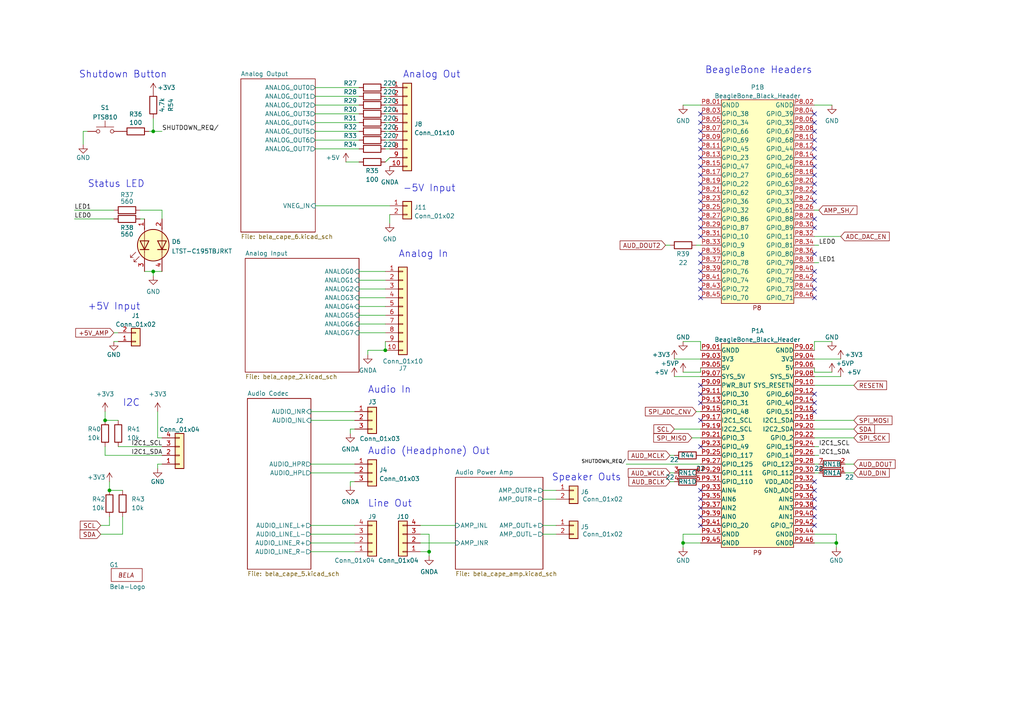
<source format=kicad_sch>
(kicad_sch (version 20211123) (generator eeschema)
  (paper "A4")
  (title_block (title "Bela Cape") (date "2022-10-03") (rev "C1") (company "Augmented Instruments Ltd."))
  (lib_symbols
    (symbol "Bela:BeagleBone_Black_Header" (pin_names (offset 0.002))
      (property "Reference" "P" (at -0.5842 -29.1846 0))
      (property "Value" "BeagleBone_Black_Header" (at 0.127 3.302 90))
      (symbol "BeagleBone_Black_Header_1_0"
        (text "P9" (at -0.0254 -26.9494 0) (effects (font (size 1.27 1.27))))
      )
      (symbol "BeagleBone_Black_Header_1_1"
        (rectangle (start -10.5156 33.7312) (end 10.4902 -25.4254) (stroke (width 0.18)) (fill (type background)))
        (pin power_in line (at -16.51 31.75 0) (length 6) (name "GNDD") (number "P9.01"))
        (pin power_in line (at 16.51 31.75 180) (length 6) (name "GNDD") (number "P9.02"))
        (pin power_out line (at -16.51 29.21 0) (length 6) (name "3V3") (number "P9.03"))
        (pin power_out line (at 16.51 29.21 180) (length 6) (name "3V3") (number "P9.04"))
        (pin power_out line (at -16.51 26.67 0) (length 6) (name "5V") (number "P9.05"))
        (pin power_out line (at 16.51 26.67 180) (length 6) (name "5V") (number "P9.06"))
        (pin power_out line (at -16.51 24.13 0) (length 6) (name "SYS_5V") (number "P9.07"))
        (pin power_out line (at 16.51 24.13 180) (length 6) (name "SYS_5V") (number "P9.08"))
        (pin passive line (at -16.51 21.59 0) (length 6) (name "PWR_BUT") (number "P9.09"))
        (pin passive line (at 16.51 21.59 180) (length 6) (name "SYS_RESETN") (number "P9.10"))
        (pin bidirectional line (at -16.51 19.05 0) (length 6) (name "GPIO_30") (number "P9.11"))
        (pin bidirectional line (at 16.51 19.05 180) (length 6) (name "GPIO_60") (number "P9.12"))
        (pin bidirectional line (at -16.51 16.51 0) (length 6) (name "GPIO_31") (number "P9.13"))
        (pin bidirectional line (at 16.51 16.51 180) (length 6) (name "GPIO_40") (number "P9.14"))
        (pin bidirectional line (at -16.51 13.97 0) (length 6) (name "GPIO_48") (number "P9.15"))
        (pin bidirectional line (at 16.51 13.97 180) (length 6) (name "GPIO_51") (number "P9.16"))
        (pin passive line (at -16.51 11.43 0) (length 6) (name "I2C1_SCL") (number "P9.17"))
        (pin passive line (at 16.51 11.43 180) (length 6) (name "I2C1_SDA") (number "P9.18"))
        (pin passive line (at -16.51 8.89 0) (length 6) (name "I2C2_SCL") (number "P9.19"))
        (pin passive line (at 16.51 8.89 180) (length 6) (name "I2C2_SDA") (number "P9.20"))
        (pin bidirectional line (at -16.51 6.35 0) (length 6) (name "GPIO_3") (number "P9.21"))
        (pin bidirectional line (at 16.51 6.35 180) (length 6) (name "GPIO_2") (number "P9.22"))
        (pin bidirectional line (at -16.51 3.81 0) (length 6) (name "GPIO_49") (number "P9.23"))
        (pin bidirectional line (at 16.51 3.81 180) (length 6) (name "GPIO_15") (number "P9.24"))
        (pin bidirectional line (at -16.51 1.27 0) (length 6) (name "GPIO_117") (number "P9.25"))
        (pin bidirectional line (at 16.51 1.27 180) (length 6) (name "GPIO_14") (number "P9.26"))
        (pin bidirectional line (at -16.51 -1.27 0) (length 6) (name "GPIO_125") (number "P9.27"))
        (pin bidirectional line (at 16.51 -1.27 180) (length 6) (name "GPIO_123") (number "P9.28"))
        (pin bidirectional line (at -16.51 -3.81 0) (length 6) (name "GPIO_111") (number "P9.29"))
        (pin bidirectional line (at 16.51 -3.81 180) (length 6) (name "GPIO_112") (number "P9.30"))
        (pin bidirectional line (at -16.51 -6.35 0) (length 6) (name "GPIO_110") (number "P9.31"))
        (pin passive line (at 16.51 -6.35 180) (length 6) (name "VDD_ADC") (number "P9.32"))
        (pin passive line (at -16.51 -8.89 0) (length 6) (name "AIN4") (number "P9.33"))
        (pin passive line (at 16.51 -8.89 180) (length 6) (name "GND_ADC") (number "P9.34"))
        (pin passive line (at -16.51 -11.43 0) (length 6) (name "AIN6") (number "P9.35"))
        (pin passive line (at 16.51 -11.43 180) (length 6) (name "AIN5") (number "P9.36"))
        (pin passive line (at -16.51 -13.97 0) (length 6) (name "AIN2") (number "P9.37"))
        (pin passive line (at 16.51 -13.97 180) (length 6) (name "AIN3") (number "P9.38"))
        (pin passive line (at -16.51 -16.51 0) (length 6) (name "AIN0") (number "P9.39"))
        (pin passive line (at 16.51 -16.51 180) (length 6) (name "AIN1") (number "P9.40"))
        (pin bidirectional line (at -16.51 -19.05 0) (length 6) (name "GPIO_20") (number "P9.41"))
        (pin bidirectional line (at 16.51 -19.05 180) (length 6) (name "GPIO_7") (number "P9.42"))
        (pin power_in line (at -16.51 -21.59 0) (length 6) (name "GNDD") (number "P9.43"))
        (pin power_in line (at 16.51 -21.59 180) (length 6) (name "GNDD") (number "P9.44"))
        (pin power_in line (at -16.51 -24.13 0) (length 6) (name "GNDD") (number "P9.45"))
        (pin power_in line (at 16.51 -24.13 180) (length 6) (name "GNDD") (number "P9.46"))
      )
      (symbol "BeagleBone_Black_Header_2_0"
        (text "P8" (at -0.1524 -27.0764 0) (effects (font (size 1.27 1.27))))
      )
      (symbol "BeagleBone_Black_Header_2_1"
        (rectangle (start -10.5156 33.274) (end 10.541 -25.781) (stroke (width 0.18)) (fill (type background)))
        (pin power_in line (at -16.51 31.75 0) (length 6) (name "GNDD") (number "P8.01"))
        (pin power_in line (at 16.51 31.75 180) (length 6) (name "GNDD") (number "P8.02"))
        (pin bidirectional line (at -16.51 29.21 0) (length 6) (name "GPIO_38") (number "P8.03"))
        (pin bidirectional line (at 16.51 29.21 180) (length 6) (name "GPIO_39") (number "P8.04"))
        (pin bidirectional line (at -16.51 26.67 0) (length 6) (name "GPIO_34") (number "P8.05"))
        (pin bidirectional line (at 16.51 26.67 180) (length 6) (name "GPIO_35") (number "P8.06"))
        (pin bidirectional line (at -16.51 24.13 0) (length 6) (name "GPIO_66") (number "P8.07"))
        (pin bidirectional line (at 16.51 24.13 180) (length 6) (name "GPIO_67") (number "P8.08"))
        (pin bidirectional line (at -16.51 21.59 0) (length 6) (name "GPIO_69") (number "P8.09"))
        (pin bidirectional line (at 16.51 21.59 180) (length 6) (name "GPIO_68") (number "P8.10"))
        (pin bidirectional line (at -16.51 19.05 0) (length 6) (name "GPIO_45") (number "P8.11"))
        (pin bidirectional line (at 16.51 19.05 180) (length 6) (name "GPIO_44") (number "P8.12"))
        (pin bidirectional line (at -16.51 16.51 0) (length 6) (name "GPIO_23") (number "P8.13"))
        (pin bidirectional line (at 16.51 16.51 180) (length 6) (name "GPIO_26") (number "P8.14"))
        (pin bidirectional line (at -16.51 13.97 0) (length 6) (name "GPIO_47") (number "P8.15"))
        (pin bidirectional line (at 16.51 13.97 180) (length 6) (name "GPIO_46") (number "P8.16"))
        (pin bidirectional line (at -16.51 11.43 0) (length 6) (name "GPIO_27") (number "P8.17"))
        (pin bidirectional line (at 16.51 11.43 180) (length 6) (name "GPIO_65") (number "P8.18"))
        (pin bidirectional line (at -16.51 8.89 0) (length 6) (name "GPIO_22") (number "P8.19"))
        (pin bidirectional line (at 16.51 8.89 180) (length 6) (name "GPIO_63") (number "P8.20"))
        (pin bidirectional line (at -16.51 6.35 0) (length 6) (name "GPIO_62") (number "P8.21"))
        (pin bidirectional line (at 16.51 6.35 180) (length 6) (name "GPIO_37") (number "P8.22"))
        (pin bidirectional line (at -16.51 3.81 0) (length 6) (name "GPIO_36") (number "P8.23"))
        (pin bidirectional line (at 16.51 3.81 180) (length 6) (name "GPIO_33") (number "P8.24"))
        (pin bidirectional line (at -16.51 1.27 0) (length 6) (name "GPIO_32") (number "P8.25"))
        (pin bidirectional line (at 16.51 1.27 180) (length 6) (name "GPIO_61") (number "P8.26"))
        (pin bidirectional line (at -16.51 -1.27 0) (length 6) (name "GPIO_86") (number "P8.27"))
        (pin bidirectional line (at 16.51 -1.27 180) (length 6) (name "GPIO_88") (number "P8.28"))
        (pin bidirectional line (at -16.51 -3.81 0) (length 6) (name "GPIO_87") (number "P8.29"))
        (pin bidirectional line (at 16.51 -3.81 180) (length 6) (name "GPIO_89") (number "P8.30"))
        (pin bidirectional line (at -16.51 -6.35 0) (length 6) (name "GPIO_10") (number "P8.31"))
        (pin bidirectional line (at 16.51 -6.35 180) (length 6) (name "GPIO_11") (number "P8.32"))
        (pin bidirectional line (at -16.51 -8.89 0) (length 6) (name "GPIO_9") (number "P8.33"))
        (pin bidirectional line (at 16.51 -8.89 180) (length 6) (name "GPIO_81") (number "P8.34"))
        (pin bidirectional line (at -16.51 -11.43 0) (length 6) (name "GPIO_8") (number "P8.35"))
        (pin bidirectional line (at 16.51 -11.43 180) (length 6) (name "GPIO_80") (number "P8.36"))
        (pin bidirectional line (at -16.51 -13.97 0) (length 6) (name "GPIO_78") (number "P8.37"))
        (pin bidirectional line (at 16.51 -13.97 180) (length 6) (name "GPIO_79") (number "P8.38"))
        (pin bidirectional line (at -16.51 -16.51 0) (length 6) (name "GPIO_76") (number "P8.39"))
        (pin bidirectional line (at 16.51 -16.51 180) (length 6) (name "GPIO_77") (number "P8.40"))
        (pin bidirectional line (at -16.51 -19.05 0) (length 6) (name "GPIO_74") (number "P8.41"))
        (pin bidirectional line (at 16.51 -19.05 180) (length 6) (name "GPIO_75") (number "P8.42"))
        (pin bidirectional line (at -16.51 -21.59 0) (length 6) (name "GPIO_72") (number "P8.43"))
        (pin bidirectional line (at 16.51 -21.59 180) (length 6) (name "GPIO_73") (number "P8.44"))
        (pin bidirectional line (at -16.51 -24.13 0) (length 6) (name "GPIO_70") (number "P8.45"))
        (pin bidirectional line (at 16.51 -24.13 180) (length 6) (name "GPIO_71") (number "P8.46"))
      )
    )
    (symbol "Bela:Bela-Logo" (pin_numbers hide) (pin_names (offset 0) hide) (in_bom no)
      (property "Reference" "G" (at 0 0 0))
      (property "Value" "Bela-Logo" (at 0.0508 1.9812 0))
      (symbol "Bela-Logo_0_0"
        (text "" (at -8.2804 -10.668 0) (effects (font (size 1.27 1.27))))
        (text "" (at -5.3594 -2.286 0) (effects (font (size 1.27 1.27))))
        (text "BELA" (at -0.3048 5.8674 0) (effects (font (size 1.27 1.27) italic)))
      )
      (symbol "Bela-Logo_0_1"
        (rectangle (start -4.572 7.8232) (end 4.4196 4.064))
      )
    )
    (symbol "Connector_Generic:Conn_01x02" (pin_names (offset 1.016) hide)
      (property "Reference" "J" (at 0 2.54 0))
      (property "Value" "Conn_01x02" (at 0 -5.08 0))
      (symbol "Conn_01x02_1_1"
        (rectangle (start -1.27 -2.413) (end 0 -2.667) (stroke (width 0.1524)))
        (rectangle (start -1.27 0.127) (end 0 -0.127) (stroke (width 0.1524)))
        (rectangle (start -1.27 1.27) (end 1.27 -3.81) (stroke (width 0.254)) (fill (type background)))
        (pin passive line (at -5.08 0 0) (length 3.81) (name "Pin_1") (number "1"))
        (pin passive line (at -5.08 -2.54 0) (length 3.81) (name "Pin_2") (number "2"))
      )
    )
    (symbol "Connector_Generic:Conn_01x03" (pin_names (offset 1.016) hide)
      (property "Reference" "J" (at 0 5.08 0))
      (property "Value" "Conn_01x03" (at 0 -5.08 0))
      (symbol "Conn_01x03_1_1"
        (rectangle (start -1.27 -2.413) (end 0 -2.667) (stroke (width 0.1524)))
        (rectangle (start -1.27 0.127) (end 0 -0.127) (stroke (width 0.1524)))
        (rectangle (start -1.27 2.667) (end 0 2.413) (stroke (width 0.1524)))
        (rectangle (start -1.27 3.81) (end 1.27 -3.81) (stroke (width 0.254)) (fill (type background)))
        (pin passive line (at -5.08 2.54 0) (length 3.81) (name "Pin_1") (number "1"))
        (pin passive line (at -5.08 0 0) (length 3.81) (name "Pin_2") (number "2"))
        (pin passive line (at -5.08 -2.54 0) (length 3.81) (name "Pin_3") (number "3"))
      )
    )
    (symbol "Connector_Generic:Conn_01x04" (pin_names (offset 1.016) hide)
      (property "Reference" "J" (at 0 5.08 0))
      (property "Value" "Conn_01x04" (at 0 -7.62 0))
      (symbol "Conn_01x04_1_1"
        (rectangle (start -1.27 -4.953) (end 0 -5.207) (stroke (width 0.1524)))
        (rectangle (start -1.27 -2.413) (end 0 -2.667) (stroke (width 0.1524)))
        (rectangle (start -1.27 0.127) (end 0 -0.127) (stroke (width 0.1524)))
        (rectangle (start -1.27 2.667) (end 0 2.413) (stroke (width 0.1524)))
        (rectangle (start -1.27 3.81) (end 1.27 -6.35) (stroke (width 0.254)) (fill (type background)))
        (pin passive line (at -5.08 2.54 0) (length 3.81) (name "Pin_1") (number "1"))
        (pin passive line (at -5.08 0 0) (length 3.81) (name "Pin_2") (number "2"))
        (pin passive line (at -5.08 -2.54 0) (length 3.81) (name "Pin_3") (number "3"))
        (pin passive line (at -5.08 -5.08 0) (length 3.81) (name "Pin_4") (number "4"))
      )
    )
    (symbol "Connector_Generic:Conn_01x10" (pin_names (offset 1.016) hide)
      (property "Reference" "J" (at 0 12.7 0))
      (property "Value" "Conn_01x10" (at 0 -15.24 0))
      (symbol "Conn_01x10_1_1"
        (rectangle (start -1.27 -12.573) (end 0 -12.827) (stroke (width 0.1524)))
        (rectangle (start -1.27 -10.033) (end 0 -10.287) (stroke (width 0.1524)))
        (rectangle (start -1.27 -7.493) (end 0 -7.747) (stroke (width 0.1524)))
        (rectangle (start -1.27 -4.953) (end 0 -5.207) (stroke (width 0.1524)))
        (rectangle (start -1.27 -2.413) (end 0 -2.667) (stroke (width 0.1524)))
        (rectangle (start -1.27 0.127) (end 0 -0.127) (stroke (width 0.1524)))
        (rectangle (start -1.27 2.667) (end 0 2.413) (stroke (width 0.1524)))
        (rectangle (start -1.27 5.207) (end 0 4.953) (stroke (width 0.1524)))
        (rectangle (start -1.27 7.747) (end 0 7.493) (stroke (width 0.1524)))
        (rectangle (start -1.27 10.287) (end 0 10.033) (stroke (width 0.1524)))
        (rectangle (start -1.27 11.43) (end 1.27 -13.97) (stroke (width 0.254)) (fill (type background)))
        (pin passive line (at -5.08 10.16 0) (length 3.81) (name "Pin_1") (number "1"))
        (pin passive line (at -5.08 -12.7 0) (length 3.81) (name "Pin_10") (number "10"))
        (pin passive line (at -5.08 7.62 0) (length 3.81) (name "Pin_2") (number "2"))
        (pin passive line (at -5.08 5.08 0) (length 3.81) (name "Pin_3") (number "3"))
        (pin passive line (at -5.08 2.54 0) (length 3.81) (name "Pin_4") (number "4"))
        (pin passive line (at -5.08 0 0) (length 3.81) (name "Pin_5") (number "5"))
        (pin passive line (at -5.08 -2.54 0) (length 3.81) (name "Pin_6") (number "6"))
        (pin passive line (at -5.08 -5.08 0) (length 3.81) (name "Pin_7") (number "7"))
        (pin passive line (at -5.08 -7.62 0) (length 3.81) (name "Pin_8") (number "8"))
        (pin passive line (at -5.08 -10.16 0) (length 3.81) (name "Pin_9") (number "9"))
      )
    )
    (symbol "Device:LED_Dual_AAKK" (pin_names (offset 0) hide)
      (property "Reference" "D" (at 0 5.715 0))
      (property "Value" "LED_Dual_AAKK" (at 0 -6.35 0))
      (symbol "LED_Dual_AAKK_0_1"
        (polyline (pts (xy -5.08 -2.54) (xy 2.032 -2.54)))
        (polyline (pts (xy -5.08 2.54) (xy 2.032 2.54)))
        (polyline (pts (xy 1.27 -1.27) (xy 1.27 -3.81)) (stroke (width 0.254)))
        (polyline (pts (xy 1.27 3.81) (xy 1.27 1.27)) (stroke (width 0.254)))
        (polyline (pts (xy 3.81 -2.54) (xy 1.905 -2.54)))
        (polyline (pts (xy 3.81 2.54) (xy 1.905 2.54)))
        (polyline (pts (xy -1.27 -1.27) (xy -1.27 -3.81) (xy 1.27 -2.54) (xy -1.27 -1.27)) (stroke (width 0.254)))
        (polyline (pts (xy -1.27 3.81) (xy -1.27 1.27) (xy 1.27 2.54) (xy -1.27 3.81)) (stroke (width 0.254)))
        (polyline (pts (xy 2.032 5.08) (xy 3.556 6.604) (xy 2.794 6.604) (xy 3.556 6.604) (xy 3.556 5.842)))
        (polyline (pts (xy 3.302 4.064) (xy 4.826 5.588) (xy 4.064 5.588) (xy 4.826 5.588) (xy 4.826 4.826)))
        (circle (center 0 0) (radius 4.572) (stroke (width 0.254)) (fill (type background)))
      )
      (symbol "LED_Dual_AAKK_1_1"
        (pin input line (at -7.62 2.54 0) (length 3.048) (name "A1") (number "1"))
        (pin input line (at -7.62 -2.54 0) (length 3.048) (name "A2") (number "2"))
        (pin input line (at 7.62 2.54 180) (length 3.81) (name "K1") (number "3"))
        (pin input line (at 7.62 -2.54 180) (length 3.81) (name "K2") (number "4"))
      )
    )
    (symbol "Device:R" (pin_numbers hide) (pin_names (offset 0))
      (property "Reference" "R" (at 2.032 0 90))
      (property "Value" "R" (at 0 0 90))
      (symbol "R_0_1"
        (rectangle (start -1.016 -2.54) (end 1.016 2.54) (stroke (width 0.254)))
      )
      (symbol "R_1_1"
        (pin passive line (at 0 3.81 270) (length 1.27) (name "~") (number "1"))
        (pin passive line (at 0 -3.81 90) (length 1.27) (name "~") (number "2"))
      )
    )
    (symbol "Device:R_Pack04_Split" (pin_names (offset 0) hide)
      (property "Reference" "RN" (at 2.032 0 90))
      (property "Value" "R_Pack04_Split" (at 0 0 90))
      (symbol "R_Pack04_Split_0_1"
        (rectangle (start 1.016 2.54) (end -1.016 -2.54) (stroke (width 0.254)))
      )
      (symbol "R_Pack04_Split_1_1"
        (pin passive line (at 0 -3.81 90) (length 1.27) (name "R1.1") (number "1"))
        (pin passive line (at 0 3.81 270) (length 1.27) (name "R1.2") (number "8"))
      )
      (symbol "R_Pack04_Split_2_1"
        (pin passive line (at 0 -3.81 90) (length 1.27) (name "R2.1") (number "2"))
        (pin passive line (at 0 3.81 270) (length 1.27) (name "R2.2") (number "7"))
      )
      (symbol "R_Pack04_Split_3_1"
        (pin passive line (at 0 -3.81 90) (length 1.27) (name "R3.1") (number "3"))
        (pin passive line (at 0 3.81 270) (length 1.27) (name "R3.2") (number "6"))
      )
      (symbol "R_Pack04_Split_4_1"
        (pin passive line (at 0 -3.81 90) (length 1.27) (name "R4.1") (number "4"))
        (pin passive line (at 0 3.81 270) (length 1.27) (name "R4.2") (number "5"))
      )
    )
    (symbol "Switch:SW_Push" (pin_numbers hide) (pin_names (offset 1.016) hide)
      (property "Reference" "SW" (at 1.27 2.54 0))
      (property "Value" "SW_Push" (at 0 -1.524 0))
      (symbol "SW_Push_0_1"
        (circle (center -2.032 0) (radius 0.508))
        (polyline (pts (xy 0 1.27) (xy 0 3.048)))
        (polyline (pts (xy 2.54 1.27) (xy -2.54 1.27)))
        (circle (center 2.032 0) (radius 0.508))
        (pin passive line (at -5.08 0 0) (length 2.54) (name "1") (number "1"))
        (pin passive line (at 5.08 0 180) (length 2.54) (name "2") (number "2"))
      )
    )
    (symbol "power:+3V3" (power) (pin_names (offset 0))
      (property "Value" "+3V3" (at 0 3.556 0))
      (symbol "+3V3_0_1"
        (polyline (pts (xy -0.762 1.27) (xy 0 2.54)))
        (polyline (pts (xy 0 0) (xy 0 2.54)))
        (polyline (pts (xy 0 2.54) (xy 0.762 1.27)))
      )
      (symbol "+3V3_1_1"
        (pin power_in line (at 0 0 90) (length 0) hide (name "+3V3") (number "1"))
      )
    )
    (symbol "power:+5V" (power) (pin_names (offset 0))
      (property "Value" "+5V" (at 0 3.556 0))
      (symbol "+5V_0_1"
        (polyline (pts (xy -0.762 1.27) (xy 0 2.54)))
        (polyline (pts (xy 0 0) (xy 0 2.54)))
        (polyline (pts (xy 0 2.54) (xy 0.762 1.27)))
      )
      (symbol "+5V_1_1"
        (pin power_in line (at 0 0 90) (length 0) hide (name "+5V") (number "1"))
      )
    )
    (symbol "power:+5VP" (power) (pin_names (offset 0))
      (property "Value" "+5VP" (at 0 3.556 0))
      (symbol "+5VP_0_1"
        (polyline (pts (xy -0.762 1.27) (xy 0 2.54)))
        (polyline (pts (xy 0 0) (xy 0 2.54)))
        (polyline (pts (xy 0 2.54) (xy 0.762 1.27)))
      )
      (symbol "+5VP_1_1"
        (pin power_in line (at 0 0 90) (length 0) hide (name "+5VP") (number "1"))
      )
    )
    (symbol "power:GND" (power) (pin_names (offset 0))
      (property "Value" "GND" (at 0 -3.81 0))
      (symbol "GND_0_1"
        (polyline (pts (xy 0 0) (xy 0 -1.27) (xy 1.27 -1.27) (xy 0 -2.54) (xy -1.27 -1.27) (xy 0 -1.27)))
      )
      (symbol "GND_1_1"
        (pin power_in line (at 0 0 270) (length 0) hide (name "GND") (number "1"))
      )
    )
    (symbol "power:GNDA" (power) (pin_names (offset 0))
      (property "Value" "GNDA" (at 0 -3.81 0))
      (symbol "GNDA_0_1"
        (polyline (pts (xy 0 0) (xy 0 -1.27) (xy 1.27 -1.27) (xy 0 -2.54) (xy -1.27 -1.27) (xy 0 -1.27)))
      )
      (symbol "GNDA_1_1"
        (pin power_in line (at 0 0 270) (length 0) hide (name "GNDA") (number "1"))
      )
    )
  )
  (junction (at 44.45 38.1))
  (junction (at 198.12 157.48))
  (junction (at 242.57 157.48))
  (junction (at 111.76 101.6))
  (junction (at 30.48 121.92))
  (junction (at 31.75 142.24))
  (junction (at 44.45 78.74))
  (junction (at 124.46 160.02))
  (no_connect (at 203.2 129.54))
  (no_connect (at 236.22 139.7))
  (no_connect (at 236.22 73.66))
  (no_connect (at 203.2 50.8))
  (no_connect (at 236.22 83.82))
  (no_connect (at 236.22 43.18))
  (no_connect (at 203.2 43.18))
  (no_connect (at 203.2 121.92))
  (no_connect (at 203.2 38.1))
  (no_connect (at 236.22 152.4))
  (no_connect (at 236.22 48.26))
  (no_connect (at 203.2 114.3))
  (no_connect (at 203.2 86.36))
  (no_connect (at 236.22 38.1))
  (no_connect (at 203.2 45.72))
  (no_connect (at 203.2 53.34))
  (no_connect (at 236.22 147.32))
  (no_connect (at 236.22 45.72))
  (no_connect (at 203.2 147.32))
  (no_connect (at 236.22 63.5))
  (no_connect (at 236.22 33.02))
  (no_connect (at 203.2 144.78))
  (no_connect (at 203.2 68.58))
  (no_connect (at 236.22 40.64))
  (no_connect (at 203.2 73.66))
  (no_connect (at 236.22 50.8))
  (no_connect (at 203.2 55.88))
  (no_connect (at 236.22 86.36))
  (no_connect (at 203.2 83.82))
  (no_connect (at 236.22 81.28))
  (no_connect (at 203.2 76.2))
  (no_connect (at 203.2 149.86))
  (no_connect (at 203.2 63.5))
  (no_connect (at 236.22 66.04))
  (no_connect (at 236.22 119.38))
  (no_connect (at 203.2 33.02))
  (no_connect (at 203.2 81.28))
  (no_connect (at 203.2 48.26))
  (no_connect (at 203.2 35.56))
  (no_connect (at 236.22 116.84))
  (no_connect (at 236.22 78.74))
  (no_connect (at 236.22 149.86))
  (no_connect (at 203.2 152.4))
  (no_connect (at 236.22 144.78))
  (no_connect (at 203.2 142.24))
  (no_connect (at 236.22 35.56))
  (no_connect (at 236.22 114.3))
  (no_connect (at 203.2 111.76))
  (no_connect (at 236.22 55.88))
  (no_connect (at 203.2 58.42))
  (no_connect (at 203.2 78.74))
  (no_connect (at 236.22 53.34))
  (no_connect (at 203.2 66.04))
  (no_connect (at 203.2 40.64))
  (no_connect (at 236.22 142.24))
  (no_connect (at 203.2 116.84))
  (no_connect (at 236.22 58.42))
  (no_connect (at 203.2 60.96))
  (wire (pts (xy 111.76 27.94) (xy 113.03 27.94)))
  (wire (pts (xy 203.2 107.95) (xy 203.2 106.68)))
  (wire (pts (xy 101.6 139.7) (xy 102.87 139.7)))
  (wire (pts (xy 31.75 142.24) (xy 35.56 142.24)))
  (wire (pts (xy 45.72 134.62) (xy 46.99 134.62)))
  (wire (pts (xy 241.3 107.95) (xy 236.22 107.95)))
  (wire (pts (xy 104.14 96.52) (xy 111.76 96.52)))
  (wire (pts (xy 201.93 119.38) (xy 203.2 119.38)))
  (wire (pts (xy 30.48 121.92) (xy 34.29 121.92)))
  (wire (pts (xy 104.14 83.82) (xy 111.76 83.82)))
  (wire (pts (xy 101.6 139.7) (xy 101.6 140.97)))
  (wire (pts (xy 236.22 30.48) (xy 241.3 30.48)))
  (wire (pts (xy 43.18 38.1) (xy 44.45 38.1)))
  (wire (pts (xy 236.22 99.06) (xy 236.22 101.6)))
  (wire (pts (xy 181.61 134.62) (xy 203.2 134.62)))
  (wire (pts (xy 242.57 154.94) (xy 242.57 157.48)))
  (wire (pts (xy 33.02 99.06) (xy 34.29 99.06)))
  (wire (pts (xy 102.87 154.94) (xy 90.17 154.94)))
  (wire (pts (xy 161.29 142.24) (xy 157.48 142.24)))
  (wire (pts (xy 102.87 160.02) (xy 90.17 160.02)))
  (wire (pts (xy 236.22 124.46) (xy 247.65 124.46)))
  (wire (pts (xy 111.76 99.06) (xy 111.76 101.6)))
  (wire (pts (xy 200.66 127) (xy 203.2 127)))
  (wire (pts (xy 161.29 152.4) (xy 157.48 152.4)))
  (wire (pts (xy 91.44 27.94) (xy 104.14 27.94)))
  (wire (pts (xy 46.99 60.96) (xy 46.99 63.5)))
  (wire (pts (xy 243.84 68.58) (xy 236.22 68.58)))
  (wire (pts (xy 91.44 33.02) (xy 104.14 33.02)))
  (wire (pts (xy 124.46 160.02) (xy 124.46 161.29)))
  (wire (pts (xy 198.12 107.95) (xy 203.2 107.95)))
  (wire (pts (xy 101.6 125.73) (xy 101.6 124.46)))
  (wire (pts (xy 45.72 119.38) (xy 45.72 127)))
  (wire (pts (xy 245.11 134.62) (xy 247.65 134.62)))
  (wire (pts (xy 236.22 154.94) (xy 242.57 154.94)))
  (wire (pts (xy 44.45 78.74) (xy 46.99 78.74)))
  (wire (pts (xy 29.21 154.94) (xy 35.56 154.94)))
  (wire (pts (xy 102.87 152.4) (xy 90.17 152.4)))
  (wire (pts (xy 25.4 38.1) (xy 24.13 38.1)))
  (wire (pts (xy 121.92 152.4) (xy 132.08 152.4)))
  (wire (pts (xy 121.92 160.02) (xy 124.46 160.02)))
  (wire (pts (xy 195.58 109.22) (xy 203.2 109.22)))
  (wire (pts (xy 111.76 38.1) (xy 113.03 38.1)))
  (wire (pts (xy 111.76 43.18) (xy 113.03 43.18)))
  (wire (pts (xy 106.68 102.87) (xy 106.68 101.6)))
  (wire (pts (xy 124.46 154.94) (xy 124.46 160.02)))
  (wire (pts (xy 194.31 139.7) (xy 195.58 139.7)))
  (wire (pts (xy 111.76 25.4) (xy 113.03 25.4)))
  (wire (pts (xy 35.56 149.86) (xy 35.56 154.94)))
  (wire (pts (xy 104.14 93.98) (xy 111.76 93.98)))
  (wire (pts (xy 121.92 154.94) (xy 124.46 154.94)))
  (wire (pts (xy 90.17 119.38) (xy 102.87 119.38)))
  (wire (pts (xy 236.22 71.12) (xy 237.49 71.12)))
  (wire (pts (xy 111.76 46.99) (xy 113.03 45.72)))
  (wire (pts (xy 241.3 99.06) (xy 236.22 99.06)))
  (wire (pts (xy 104.14 81.28) (xy 111.76 81.28)))
  (wire (pts (xy 44.45 80.01) (xy 44.45 78.74)))
  (wire (pts (xy 194.31 132.08) (xy 195.58 132.08)))
  (wire (pts (xy 195.58 104.14) (xy 203.2 104.14)))
  (wire (pts (xy 44.45 34.29) (xy 44.45 38.1)))
  (wire (pts (xy 201.93 71.12) (xy 203.2 71.12)))
  (wire (pts (xy 236.22 104.14) (xy 243.84 104.14)))
  (wire (pts (xy 30.48 132.08) (xy 30.48 129.54)))
  (wire (pts (xy 91.44 59.69) (xy 113.03 59.69)))
  (wire (pts (xy 40.64 60.96) (xy 46.99 60.96)))
  (wire (pts (xy 245.11 137.16) (xy 247.65 137.16)))
  (wire (pts (xy 161.29 144.78) (xy 157.48 144.78)))
  (wire (pts (xy 195.58 124.46) (xy 203.2 124.46)))
  (wire (pts (xy 102.87 157.48) (xy 90.17 157.48)))
  (wire (pts (xy 91.44 43.18) (xy 104.14 43.18)))
  (wire (pts (xy 21.59 60.96) (xy 33.02 60.96)))
  (wire (pts (xy 91.44 40.64) (xy 104.14 40.64)))
  (wire (pts (xy 236.22 111.76) (xy 247.65 111.76)))
  (wire (pts (xy 111.76 35.56) (xy 113.03 35.56)))
  (wire (pts (xy 21.59 63.5) (xy 33.02 63.5)))
  (wire (pts (xy 90.17 134.62) (xy 102.87 134.62)))
  (wire (pts (xy 198.12 99.06) (xy 203.2 99.06)))
  (wire (pts (xy 236.22 129.54) (xy 237.49 129.54)))
  (wire (pts (xy 104.14 78.74) (xy 111.76 78.74)))
  (wire (pts (xy 29.21 152.4) (xy 31.75 152.4)))
  (wire (pts (xy 198.12 154.94) (xy 198.12 157.48)))
  (wire (pts (xy 236.22 107.95) (xy 236.22 106.68)))
  (wire (pts (xy 198.12 30.48) (xy 203.2 30.48)))
  (wire (pts (xy 33.02 96.52) (xy 34.29 96.52)))
  (wire (pts (xy 44.45 38.1) (xy 46.99 38.1)))
  (wire (pts (xy 193.04 71.12) (xy 194.31 71.12)))
  (wire (pts (xy 104.14 86.36) (xy 111.76 86.36)))
  (wire (pts (xy 104.14 88.9) (xy 111.76 88.9)))
  (wire (pts (xy 90.17 121.92) (xy 102.87 121.92)))
  (wire (pts (xy 91.44 35.56) (xy 104.14 35.56)))
  (wire (pts (xy 90.17 137.16) (xy 102.87 137.16)))
  (wire (pts (xy 106.68 101.6) (xy 111.76 101.6)))
  (wire (pts (xy 203.2 99.06) (xy 203.2 101.6)))
  (wire (pts (xy 41.91 78.74) (xy 44.45 78.74)))
  (wire (pts (xy 111.76 30.48) (xy 113.03 30.48)))
  (wire (pts (xy 101.6 124.46) (xy 102.87 124.46)))
  (wire (pts (xy 236.22 121.92) (xy 247.65 121.92)))
  (wire (pts (xy 24.13 38.1) (xy 24.13 41.91)))
  (wire (pts (xy 237.49 134.62) (xy 236.22 134.62)))
  (wire (pts (xy 242.57 157.48) (xy 242.57 158.75)))
  (wire (pts (xy 161.29 154.94) (xy 157.48 154.94)))
  (wire (pts (xy 236.22 60.96) (xy 237.49 60.96)))
  (wire (pts (xy 91.44 30.48) (xy 104.14 30.48)))
  (wire (pts (xy 100.33 46.99) (xy 104.14 46.99)))
  (wire (pts (xy 236.22 127) (xy 247.65 127)))
  (wire (pts (xy 104.14 91.44) (xy 111.76 91.44)))
  (wire (pts (xy 198.12 157.48) (xy 203.2 157.48)))
  (wire (pts (xy 31.75 149.86) (xy 31.75 152.4)))
  (wire (pts (xy 113.03 62.23) (xy 113.03 64.77)))
  (wire (pts (xy 111.76 40.64) (xy 113.03 40.64)))
  (wire (pts (xy 45.72 127) (xy 46.99 127)))
  (wire (pts (xy 194.31 137.16) (xy 195.58 137.16)))
  (wire (pts (xy 203.2 154.94) (xy 198.12 154.94)))
  (wire (pts (xy 31.75 139.7) (xy 31.75 142.24)))
  (wire (pts (xy 198.12 157.48) (xy 198.12 158.75)))
  (wire (pts (xy 121.92 157.48) (xy 132.08 157.48)))
  (wire (pts (xy 40.64 63.5) (xy 41.91 63.5)))
  (wire (pts (xy 236.22 157.48) (xy 242.57 157.48)))
  (wire (pts (xy 237.49 137.16) (xy 236.22 137.16)))
  (wire (pts (xy 45.72 134.62) (xy 45.72 135.89)))
  (wire (pts (xy 34.29 129.54) (xy 46.99 129.54)))
  (wire (pts (xy 91.44 25.4) (xy 104.14 25.4)))
  (wire (pts (xy 30.48 119.38) (xy 30.48 121.92)))
  (wire (pts (xy 236.22 109.22) (xy 243.84 109.22)))
  (wire (pts (xy 111.76 33.02) (xy 113.03 33.02)))
  (wire (pts (xy 91.44 38.1) (xy 104.14 38.1)))
  (wire (pts (xy 236.22 132.08) (xy 237.49 132.08)))
  (wire (pts (xy 236.22 76.2) (xy 237.49 76.2)))
  (wire (pts (xy 30.48 132.08) (xy 46.99 132.08)))
  (text "Audio (Headphone) Out" (at 106.68 132.08 0) (effects (font (size 2 2)) (justify left bottom)))
  (text "Analog Out" (at 116.84 22.86 0) (effects (font (size 2 2)) (justify left bottom)))
  (text "I2C" (at 35.56 118.11 0) (effects (font (size 2 2)) (justify left bottom)))
  (text "Audio In" (at 106.68 114.3 0) (effects (font (size 2 2)) (justify left bottom)))
  (text "BeagleBone Headers" (at 204.47 21.59 0) (effects (font (size 2 2)) (justify left bottom)))
  (text "Analog In" (at 115.57 74.93 0) (effects (font (size 2 2)) (justify left bottom)))
  (text "Status LED" (at 25.4 54.61 0) (effects (font (size 2 2)) (justify left bottom)))
  (text "-5V Input" (at 116.84 55.88 0) (effects (font (size 2 2)) (justify left bottom)))
  (text "Shutdown Button" (at 22.86 22.86 0) (effects (font (size 2 2)) (justify left bottom)))
  (text "+5V Input" (at 25.4 90.17 0) (effects (font (size 2 2)) (justify left bottom)))
  (text "Line Out" (at 106.68 147.32 0) (effects (font (size 2 2)) (justify left bottom)))
  (text "Speaker Outs" (at 160.02 139.7 0) (effects (font (size 2 2)) (justify left bottom)))
  (label "LED0" (at 21.59 63.5 0))
  (label "LED1" (at 21.59 60.96 0))
  (label "I2C1_SCL" (at 237.49 129.54 0))
  (label "LED0" (at 237.49 71.12 0))
  (label "SHUTDOWN_REQ{slash}" (at 181.61 134.62 180) (effects (font (size 1 1))))
  (label "I2C1_SDA" (at 38.1 132.08 0))
  (label "SHUTDOWN_REQ{slash}" (at 46.99 38.1 0))
  (label "I2C1_SDA" (at 237.49 132.08 0))
  (label "LED1" (at 237.49 76.2 0))
  (label "I2C1_SCL" (at 38.1 129.54 0))
  (global_label "AUD_DOUT" (shape input) (at 247.65 134.62 0) (property "Intersheet References" "${INTERSHEET_REFS}" (effects hide)))
  (global_label "AUD_MCLK" (shape input) (at 194.31 132.08 180) (property "Intersheet References" "${INTERSHEET_REFS}" (effects hide)))
  (global_label "AUD_WCLK" (shape input) (at 194.31 137.16 180) (property "Intersheet References" "${INTERSHEET_REFS}" (effects hide)))
  (global_label "AMP_SH{slash}" (shape input) (at 237.49 60.96 0) (property "Intersheet References" "${INTERSHEET_REFS}" (effects hide)))
  (global_label "SPI_ADC_CNV" (shape input) (at 201.93 119.38 180) (property "Intersheet References" "${INTERSHEET_REFS}" (effects hide)))
  (global_label "AUD_DIN" (shape input) (at 247.65 137.16 0) (property "Intersheet References" "${INTERSHEET_REFS}" (effects hide)))
  (global_label "SPI_SCK" (shape input) (at 247.65 127 0) (property "Intersheet References" "${INTERSHEET_REFS}" (effects hide)))
  (global_label "AUD_DOUT2" (shape input) (at 193.04 71.12 180) (property "Intersheet References" "${INTERSHEET_REFS}" (effects hide)))
  (global_label "SCL" (shape input) (at 195.58 124.46 180) (property "Intersheet References" "${INTERSHEET_REFS}" (effects hide)))
  (global_label "SPI_MOSI" (shape input) (at 247.65 121.92 0) (property "Intersheet References" "${INTERSHEET_REFS}" (effects hide)))
  (global_label "AUD_BCLK" (shape input) (at 194.31 139.7 180) (property "Intersheet References" "${INTERSHEET_REFS}" (effects hide)))
  (global_label "+5V_AMP" (shape input) (at 33.02 96.52 180) (property "Intersheet References" "${INTERSHEET_REFS}" (effects hide)))
  (global_label "SDA" (shape input) (at 29.21 154.94 180) (property "Intersheet References" "${INTERSHEET_REFS}" (effects hide)))
  (global_label "SPI_MISO" (shape input) (at 200.66 127 180) (property "Intersheet References" "${INTERSHEET_REFS}" (effects hide)))
  (global_label "ADC_DAC_EN" (shape input) (at 243.84 68.58 0) (property "Intersheet References" "${INTERSHEET_REFS}" (effects hide)))
  (global_label "SDA" (shape input) (at 247.65 124.46 0) (property "Intersheet References" "${INTERSHEET_REFS}" (effects hide)))
  (global_label "SCL" (shape input) (at 29.21 152.4 180) (property "Intersheet References" "${INTERSHEET_REFS}" (effects hide)))
  (global_label "RESETN" (shape input) (at 247.65 111.76 0) (property "Intersheet References" "${INTERSHEET_REFS}" (effects hide)))
  (symbol (lib_id "Device:R") (at 35.56 146.05 0) (unit 1)
    (property "Reference" "R43" (at 38.1 144.78 0) (effects (justify left)))
    (property "Value" "10k" (at 38.1 147.32 0) (effects (justify left)))
    (property "Footprint" "Resistor_SMD:R_0603_1608Metric" (effects hide))
  )
  (symbol (lib_id "Connector_Generic:Conn_01x02") (at 118.11 59.69 0) (unit 1)
    (property "Reference" "J11" (at 120.142 60.1253 0) (effects (justify left)))
    (property "Value" "Conn_01x02" (at 120.142 62.6622 0) (effects (justify left)))
    (property "Footprint" "Connector_PinHeader_2.54mm:PinHeader_1x02_P2.54mm_Vertical" (effects hide))
  )
  (symbol (lib_id "Device:R") (at 44.45 30.48 0) (mirror x) (unit 1)
    (property "Reference" "R54" (at 49.53 30.48 90))
    (property "Value" "4.7k" (at 46.99 30.48 90))
    (property "Footprint" "Resistor_SMD:R_0603_1608Metric" (effects hide))
  )
  (symbol (lib_id "Connector_Generic:Conn_01x03") (at 107.95 137.16 0) (unit 1)
    (property "Reference" "J4" (at 109.982 136.3253 0) (effects (justify left)))
    (property "Value" "Conn_01x03" (at 109.982 138.8622 0) (effects (justify left)))
    (property "Footprint" "Connector_Molex:Molex_KK-254_AE-6410-03A_1x03_P2.54mm_Vertical" (effects hide))
  )
  (symbol (lib_id "power:GNDA") (at 106.68 102.87 0) (unit 1)
    (property "Reference" "#PWR073" (effects hide))
    (property "Value" "GNDA" (at 106.68 107.4325 0))
  )
  (symbol (lib_id "power:+3V3") (at 195.58 104.14 0) (unit 1)
    (property "Reference" "#PWR074" (effects hide))
    (property "Value" "+3V3" (at 191.77 102.87 0))
  )
  (symbol (lib_id "Device:R") (at 39.37 38.1 90) (mirror x) (unit 1)
    (property "Reference" "R36" (at 39.37 33.1175 90))
    (property "Value" "100" (at 39.37 35.56 90))
    (property "Footprint" "Resistor_SMD:R_0603_1608Metric" (effects hide))
  )
  (symbol (lib_id "power:+3V3") (at 243.84 104.14 0) (unit 1)
    (property "Reference" "#PWR075" (effects hide))
    (property "Value" "+3V3" (at 247.65 102.87 0))
  )
  (symbol (lib_id "power:+5V") (at 195.58 109.22 0) (unit 1)
    (property "Reference" "#PWR078" (effects hide))
    (property "Value" "+5V" (at 191.77 107.95 0))
  )
  (symbol (lib_id "Connector_Generic:Conn_01x03") (at 107.95 121.92 0) (unit 1)
    (property "Reference" "J3" (at 106.807 116.586 0) (effects (justify left)))
    (property "Value" "Conn_01x03" (at 104.267 127.254 0) (effects (justify left)))
    (property "Footprint" "Connector_Molex:Molex_KK-254_AE-6410-03A_1x03_P2.54mm_Vertical" (effects hide))
  )
  (symbol (lib_id "power:GND") (at 242.57 158.75 0) (mirror y) (unit 1)
    (property "Reference" "#PWR087" (effects hide))
    (property "Value" "GND" (at 242.57 162.56 0))
  )
  (symbol (lib_id "Device:R") (at 36.83 63.5 270) (unit 1)
    (property "Reference" "R38" (at 36.83 66.04 90))
    (property "Value" "560" (at 36.83 67.945 90))
    (property "Footprint" "Resistor_SMD:R_0603_1608Metric" (effects hide))
  )
  (symbol (lib_id "power:+5V") (at 243.84 109.22 0) (unit 1)
    (property "Reference" "#PWR079" (effects hide))
    (property "Value" "+5V" (at 247.65 107.95 0))
  )
  (symbol (lib_id "power:GNDA") (at 101.6 140.97 0) (unit 1)
    (property "Reference" "#PWR085" (effects hide))
    (property "Value" "GNDA" (at 101.6 145.5325 0))
  )
  (symbol (lib_id "power:+3V3") (at 31.75 139.7 0) (unit 1)
    (property "Reference" "#PWR084" (effects hide))
    (property "Value" "+3V3" (at 27.94 138.43 0))
  )
  (symbol (lib_id "power:GND") (at 24.13 41.91 0) (mirror y) (unit 1)
    (property "Reference" "#PWR065" (effects hide))
    (property "Value" "GND" (at 24.13 45.72 0))
  )
  (symbol (lib_id "power:GNDA") (at 101.6 125.73 0) (unit 1)
    (property "Reference" "#PWR081" (effects hide))
    (property "Value" "GNDA" (at 101.6 130.2925 0))
  )
  (symbol (lib_id "power:+5VP") (at 198.12 107.95 0) (unit 1)
    (property "Reference" "#PWR076" (effects hide))
    (property "Value" "+5VP" (at 194.31 105.41 0))
  )
  (symbol (lib_id "Bela:BeagleBone_Black_Header") (at 219.71 62.23 0) (unit 2)
    (property "Reference" "P1" (at 219.7227 25.2932 0))
    (property "Value" "BeagleBone_Black_Header" (at 219.7227 27.8301 0))
    (property "Footprint" "Bela:BeagleBone_Black_Sockets_Board_outline" (effects hide))
  )
  (symbol (lib_id "power:GND") (at 45.72 135.89 0) (mirror y) (unit 1)
    (property "Reference" "#PWR083" (effects hide))
    (property "Value" "GND" (at 45.72 139.7 0))
  )
  (symbol (lib_id "Bela:Bela-Logo") (at 36.83 172.72 0) (unit 1) (in_bom no)
    (property "Reference" "G1" (at 31.75 163.83 0) (effects (justify left)))
    (property "Value" "Bela-Logo" (at 31.75 170.18 0) (effects (justify left)))
    (property "Footprint" "Bela:Bela-Logo_30mm_Silkscreen" (effects hide))
  )
  (symbol (lib_id "Device:R") (at 107.95 40.64 90) (mirror x) (unit 1)
    (property "Reference" "R33" (at 101.6 39.37 90))
    (property "Value" "220" (at 113.03 39.37 90))
    (property "Footprint" "Resistor_SMD:R_0603_1608Metric" (effects hide))
  )
  (symbol (lib_id "Device:LED_Dual_AAKK") (at 44.45 71.12 90) (mirror x) (unit 1)
    (property "Reference" "D6" (at 49.784 70.0845 90) (effects (justify right)))
    (property "Value" "LTST-C195TBJRKT" (at 49.784 72.8596 90) (effects (justify right)))
    (property "Footprint" "LED_SMD:LED_LiteOn_LTST-C19HE1WT" (effects hide))
  )
  (symbol (lib_id "Device:R_Pack04_Split") (at 241.3 137.16 90) (unit 1)
    (property "Reference" "RN1" (at 241.3 137.16 90))
    (property "Value" "22" (at 246.38 138.43 90))
    (property "Footprint" "Resistor_SMD:R_Array_Convex_4x0603" (effects hide))
  )
  (symbol (lib_id "Device:R") (at 107.95 25.4 90) (mirror x) (unit 1)
    (property "Reference" "R27" (at 101.6 24.13 90))
    (property "Value" "220" (at 113.03 24.13 90))
    (property "Footprint" "Resistor_SMD:R_0603_1608Metric" (effects hide))
  )
  (symbol (lib_id "power:GND") (at 33.02 99.06 0) (unit 1)
    (property "Reference" "#PWR070" (effects hide))
    (property "Value" "GND" (at 33.02 102.87 0))
  )
  (symbol (lib_id "Connector_Generic:Conn_01x04") (at 107.95 157.48 0) (mirror x) (unit 1)
    (property "Reference" "J9" (at 107.95 149.86 0))
    (property "Value" "Conn_01x04" (at 102.87 162.56 0))
    (property "Footprint" "Connector_PinHeader_2.54mm:PinHeader_1x04_P2.54mm_Vertical" (effects hide))
  )
  (symbol (lib_id "power:GND") (at 241.3 30.48 0) (unit 1)
    (property "Reference" "#PWR064" (effects hide))
    (property "Value" "GND" (at 241.3 35.0425 0))
  )
  (symbol (lib_id "Device:R") (at 107.95 43.18 90) (mirror x) (unit 1)
    (property "Reference" "R34" (at 101.6 41.91 90))
    (property "Value" "220" (at 113.03 41.91 90))
    (property "Footprint" "Resistor_SMD:R_0603_1608Metric" (effects hide))
  )
  (symbol (lib_id "Device:R") (at 36.83 60.96 90) (unit 1)
    (property "Reference" "R37" (at 36.83 56.515 90))
    (property "Value" "560" (at 36.83 58.42 90))
    (property "Footprint" "Resistor_SMD:R_0603_1608Metric" (effects hide))
  )
  (symbol (lib_id "power:+5VP") (at 241.3 107.95 0) (unit 1)
    (property "Reference" "#PWR077" (effects hide))
    (property "Value" "+5VP" (at 245.11 105.41 0))
  )
  (symbol (lib_id "Connector_Generic:Conn_01x04") (at 116.84 157.48 180) (unit 1)
    (property "Reference" "J10" (at 116.84 149.86 0))
    (property "Value" "Conn_01x04" (at 115.57 162.56 0))
    (property "Footprint" "Connector_PinHeader_2.54mm:PinHeader_1x04_P2.54mm_Vertical" (effects hide))
  )
  (symbol (lib_id "power:+5V") (at 100.33 46.99 0) (unit 1)
    (property "Reference" "#PWR066" (effects hide))
    (property "Value" "+5V" (at 96.52 45.72 0))
  )
  (symbol (lib_id "Device:R") (at 31.75 146.05 0) (unit 1)
    (property "Reference" "R42" (at 26.67 144.78 0) (effects (justify left)))
    (property "Value" "10k" (at 26.67 147.32 0) (effects (justify left)))
    (property "Footprint" "Resistor_SMD:R_0603_1608Metric" (effects hide))
  )
  (symbol (lib_id "power:GND") (at 198.12 158.75 0) (mirror y) (unit 1)
    (property "Reference" "#PWR086" (effects hide))
    (property "Value" "GND" (at 198.12 162.56 0))
  )
  (symbol (lib_id "power:GND") (at 198.12 99.06 0) (unit 1)
    (property "Reference" "#PWR071" (effects hide))
    (property "Value" "GND" (at 198.12 97.79 0))
  )
  (symbol (lib_id "Device:R") (at 34.29 125.73 0) (unit 1)
    (property "Reference" "R41" (at 36.83 124.46 0) (effects (justify left)))
    (property "Value" "10k" (at 36.83 127 0) (effects (justify left)))
    (property "Footprint" "Resistor_SMD:R_0603_1608Metric" (effects hide))
  )
  (symbol (lib_id "power:+3V3") (at 44.45 26.67 0) (unit 1)
    (property "Reference" "#PWR0102" (effects hide))
    (property "Value" "+3V3" (at 48.26 25.4 0))
  )
  (symbol (lib_id "Device:R") (at 107.95 38.1 90) (mirror x) (unit 1)
    (property "Reference" "R32" (at 101.6 36.83 90))
    (property "Value" "220" (at 113.03 36.83 90))
    (property "Footprint" "Resistor_SMD:R_0603_1608Metric" (effects hide))
  )
  (symbol (lib_id "Device:R") (at 107.95 46.99 90) (unit 1)
    (property "Reference" "R35" (at 107.95 49.53 90))
    (property "Value" "100" (at 107.95 52.07 90))
    (property "Footprint" "Resistor_SMD:R_0603_1608Metric" (effects hide))
    (property "manf#" "ASC0603-10KFT5" (effects hide))
  )
  (symbol (lib_id "power:GND") (at 44.45 80.01 0) (unit 1)
    (property "Reference" "#PWR069" (effects hide))
    (property "Value" "GND" (at 44.45 84.5725 0))
  )
  (symbol (lib_id "Device:R_Pack04_Split") (at 199.39 139.7 270) (unit 4)
    (property "Reference" "RN1" (at 199.39 139.7 90))
    (property "Value" "22" (at 194.31 138.43 90))
    (property "Footprint" "Resistor_SMD:R_Array_Convex_4x0603" (effects hide))
  )
  (symbol (lib_id "Device:R") (at 107.95 35.56 90) (mirror x) (unit 1)
    (property "Reference" "R31" (at 101.6 34.29 90))
    (property "Value" "220" (at 113.03 34.29 90))
    (property "Footprint" "Resistor_SMD:R_0603_1608Metric" (effects hide))
  )
  (symbol (lib_id "Connector_Generic:Conn_01x02") (at 166.37 152.4 0) (unit 1)
    (property "Reference" "J5" (at 168.402 152.8353 0) (effects (justify left)))
    (property "Value" "Conn_01x02" (at 168.91 154.94 0) (effects (justify left)))
    (property "Footprint" "Connector_Molex:Molex_KK-254_AE-6410-02A_1x02_P2.54mm_Vertical" (effects hide))
  )
  (symbol (lib_id "Device:R_Pack04_Split") (at 199.39 137.16 270) (unit 3)
    (property "Reference" "RN1" (at 199.39 137.16 90))
    (property "Value" "22" (at 203.2 135.89 90))
    (property "Footprint" "Resistor_SMD:R_Array_Convex_4x0603" (effects hide))
  )
  (symbol (lib_id "power:+3V3") (at 30.48 119.38 0) (unit 1)
    (property "Reference" "#PWR080" (effects hide))
    (property "Value" "+3V3" (at 30.48 114.3 0))
  )
  (symbol (lib_id "Device:R_Pack04_Split") (at 241.3 134.62 90) (unit 2)
    (property "Reference" "RN1" (at 241.3 134.62 90))
    (property "Value" "22" (at 237.49 135.89 90))
    (property "Footprint" "Resistor_SMD:R_Array_Convex_4x0603" (effects hide))
  )
  (symbol (lib_id "power:GNDA") (at 124.46 161.29 0) (unit 1)
    (property "Reference" "#PWR088" (effects hide))
    (property "Value" "GNDA" (at 124.46 165.8525 0))
  )
  (symbol (lib_id "power:GND") (at 113.03 64.77 0) (unit 1)
    (property "Reference" "#PWR068" (effects hide))
    (property "Value" "GND" (at 113.03 69.3325 0))
  )
  (symbol (lib_id "power:+3V3") (at 45.72 119.38 0) (unit 1)
    (property "Reference" "#PWR082" (effects hide))
    (property "Value" "+3V3" (at 45.72 114.3 0))
  )
  (symbol (lib_id "Connector_Generic:Conn_01x10") (at 118.11 35.56 0) (unit 1)
    (property "Reference" "J8" (at 120.142 35.9953 0) (effects (justify left)))
    (property "Value" "Conn_01x10" (at 120.142 38.5322 0) (effects (justify left)))
    (property "Footprint" "Connector_PinHeader_2.54mm:PinHeader_1x10_P2.54mm_Vertical" (effects hide))
  )
  (symbol (lib_id "Device:R") (at 199.39 132.08 90) (unit 1)
    (property "Reference" "R44" (at 199.39 132.08 90))
    (property "Value" "22" (at 195.58 133.35 90))
    (property "Footprint" "Resistor_SMD:R_0603_1608Metric" (effects hide))
    (property "manf#" "ASC0603-10KFT5" (effects hide))
  )
  (symbol (lib_id "Bela:BeagleBone_Black_Header") (at 219.71 133.35 0) (unit 1)
    (property "Reference" "P1" (at 219.6973 95.956 0))
    (property "Value" "BeagleBone_Black_Header" (at 219.6973 98.4929 0))
    (property "Footprint" "Bela:BeagleBone_Black_Sockets_Board_outline" (effects hide))
  )
  (symbol (lib_id "Device:R") (at 107.95 33.02 90) (mirror x) (unit 1)
    (property "Reference" "R30" (at 101.6 31.75 90))
    (property "Value" "220" (at 113.03 31.75 90))
    (property "Footprint" "Resistor_SMD:R_0603_1608Metric" (effects hide))
  )
  (symbol (lib_id "Device:R") (at 107.95 27.94 90) (mirror x) (unit 1)
    (property "Reference" "R28" (at 101.6 26.67 90))
    (property "Value" "220" (at 113.03 26.67 90))
    (property "Footprint" "Resistor_SMD:R_0603_1608Metric" (effects hide))
  )
  (symbol (lib_id "Device:R") (at 198.12 71.12 90) (unit 1)
    (property "Reference" "R39" (at 198.12 73.66 90))
    (property "Value" "22" (at 198.12 76.2 90))
    (property "Footprint" "Resistor_SMD:R_0603_1608Metric" (effects hide))
    (property "manf#" "ASC0603-10KFT5" (effects hide))
  )
  (symbol (lib_id "Connector_Generic:Conn_01x10") (at 116.84 88.9 0) (unit 1)
    (property "Reference" "J7" (at 116.84 106.8365 0))
    (property "Value" "Conn_01x10" (at 116.84 104.775 0))
    (property "Footprint" "Connector_PinHeader_2.54mm:PinHeader_1x10_P2.54mm_Vertical" (effects hide))
  )
  (symbol (lib_id "Connector_Generic:Conn_01x04") (at 52.07 132.08 0) (mirror x) (unit 1)
    (property "Reference" "J2" (at 52.07 122.0302 0))
    (property "Value" "Conn_01x04" (at 52.07 124.5671 0))
    (property "Footprint" "Connector_Molex:Molex_KK-254_AE-6410-04A_1x04_P2.54mm_Vertical" (effects hide))
  )
  (symbol (lib_id "Device:R") (at 30.48 125.73 0) (unit 1)
    (property "Reference" "R40" (at 25.4 124.46 0) (effects (justify left)))
    (property "Value" "10k" (at 25.4 127 0) (effects (justify left)))
    (property "Footprint" "Resistor_SMD:R_0603_1608Metric" (effects hide))
  )
  (symbol (lib_id "Connector_Generic:Conn_01x02") (at 39.37 99.06 0) (mirror x) (unit 1)
    (property "Reference" "J1" (at 39.37 91.5502 0))
    (property "Value" "Conn_01x02" (at 39.37 94.0871 0))
    (property "Footprint" "Connector_PinHeader_2.54mm:PinHeader_1x02_P2.54mm_Vertical" (effects hide))
  )
  (symbol (lib_id "power:GNDA") (at 113.03 48.26 0) (unit 1)
    (property "Reference" "#PWR067" (effects hide))
    (property "Value" "GNDA" (at 113.03 52.8225 0))
  )
  (symbol (lib_id "Switch:SW_Push") (at 30.48 38.1 0) (mirror y) (unit 1)
    (property "Reference" "S1" (at 30.48 31.2125 0))
    (property "Value" "PTS810" (at 30.48 33.9876 0))
    (property "Footprint" "Button_Switch_SMD:SW_SPST_PTS810" (effects hide))
  )
  (symbol (lib_id "Device:R") (at 107.95 30.48 90) (mirror x) (unit 1)
    (property "Reference" "R29" (at 101.6 29.21 90))
    (property "Value" "220" (at 113.03 29.21 90))
    (property "Footprint" "Resistor_SMD:R_0603_1608Metric" (effects hide))
  )
  (symbol (lib_id "power:GND") (at 241.3 99.06 0) (unit 1)
    (property "Reference" "#PWR072" (effects hide))
    (property "Value" "GND" (at 241.3 97.79 0))
  )
  (symbol (lib_id "power:GND") (at 198.12 30.48 0) (unit 1)
    (property "Reference" "#PWR063" (effects hide))
    (property "Value" "GND" (at 198.12 35.0425 0))
  )
  (symbol (lib_id "Connector_Generic:Conn_01x02") (at 166.37 142.24 0) (unit 1)
    (property "Reference" "J6" (at 168.402 142.6753 0) (effects (justify left)))
    (property "Value" "Conn_01x02" (at 168.91 144.78 0) (effects (justify left)))
    (property "Footprint" "Connector_Molex:Molex_KK-254_AE-6410-02A_1x02_P2.54mm_Vertical" (effects hide))
  )
  (sheet (at 71.755 115.57) (size 18.415 49.53) (stroke (width 0.1524))
    (property "Sheet name" "Audio Codec" (at 71.755 114.8584 0) (effects (justify left bottom)))
    (property "Sheet file" "bela_cape_5.kicad_sch" (at 71.755 165.6846 0) (effects (justify left top)))
    (pin "AUDIO_INL" input (at 90.17 121.92 0))
    (pin "AUDIO_INR" input (at 90.17 119.38 0))
    (pin "AUDIO_HPR" output (at 90.17 134.62 0))
    (pin "AUDIO_HPL" output (at 90.17 137.16 0))
    (pin "AUDIO_LINE_L+" output (at 90.17 152.4 0))
    (pin "AUDIO_LINE_L-" output (at 90.17 154.94 0))
    (pin "AUDIO_LINE_R+" output (at 90.17 157.48 0))
    (pin "AUDIO_LINE_R-" output (at 90.17 160.02 0))
  )
  (sheet (at 132.08 138.43) (size 25.4 26.67) (stroke (width 0.1524))
    (property "Sheet name" "Audio Power Amp" (at 132.08 137.7184 0) (effects (justify left bottom)))
    (property "Sheet file" "bela_cape_amp.kicad_sch" (at 132.08 165.6846 0) (effects (justify left top)))
    (pin "AMP_INL" input (at 132.08 152.4 180))
    (pin "AMP_INR" input (at 132.08 157.48 180))
    (pin "AMP_OUTR-" output (at 157.48 144.78 0))
    (pin "AMP_OUTR+" output (at 157.48 142.24 0))
    (pin "AMP_OUTL-" output (at 157.48 154.94 0))
    (pin "AMP_OUTL+" output (at 157.48 152.4 0))
  )
  (sheet (at 69.85 22.86) (size 21.59 44.45) (stroke (width 0.1524))
    (property "Sheet name" "Analog Output" (at 69.85 22.1484 0) (effects (justify left bottom)))
    (property "Sheet file" "bela_cape_6.kicad_sch" (at 69.85 67.8946 0) (effects (justify left top)))
    (pin "ANALOG_OUT3" output (at 91.44 33.02 0))
    (pin "ANALOG_OUT1" output (at 91.44 27.94 0))
    (pin "ANALOG_OUT2" output (at 91.44 30.48 0))
    (pin "VNEG_IN" input (at 91.44 59.69 0))
    (pin "ANALOG_OUT0" output (at 91.44 25.4 0))
    (pin "ANALOG_OUT4" output (at 91.44 35.56 0))
    (pin "ANALOG_OUT5" output (at 91.44 38.1 0))
    (pin "ANALOG_OUT7" output (at 91.44 43.18 0))
    (pin "ANALOG_OUT6" output (at 91.44 40.64 0))
  )
  (sheet (at 71.12 74.93) (size 33.02 33.02)
    (property "Sheet name" "Analog Input" (at 71.12 74.2184 0) (effects (justify left bottom)))
    (property "Sheet file" "bela_cape_2.kicad_sch" (at 71.12 108.5346 0) (effects (justify left top)))
    (pin "ANALOG0" input (at 104.14 78.74 0))
    (pin "ANALOG1" input (at 104.14 81.28 0))
    (pin "ANALOG2" input (at 104.14 83.82 0))
    (pin "ANALOG3" input (at 104.14 86.36 0))
    (pin "ANALOG4" input (at 104.14 88.9 0))
    (pin "ANALOG5" input (at 104.14 91.44 0))
    (pin "ANALOG6" input (at 104.14 93.98 0))
    (pin "ANALOG7" input (at 104.14 96.52 0))
  )
)
</source>
